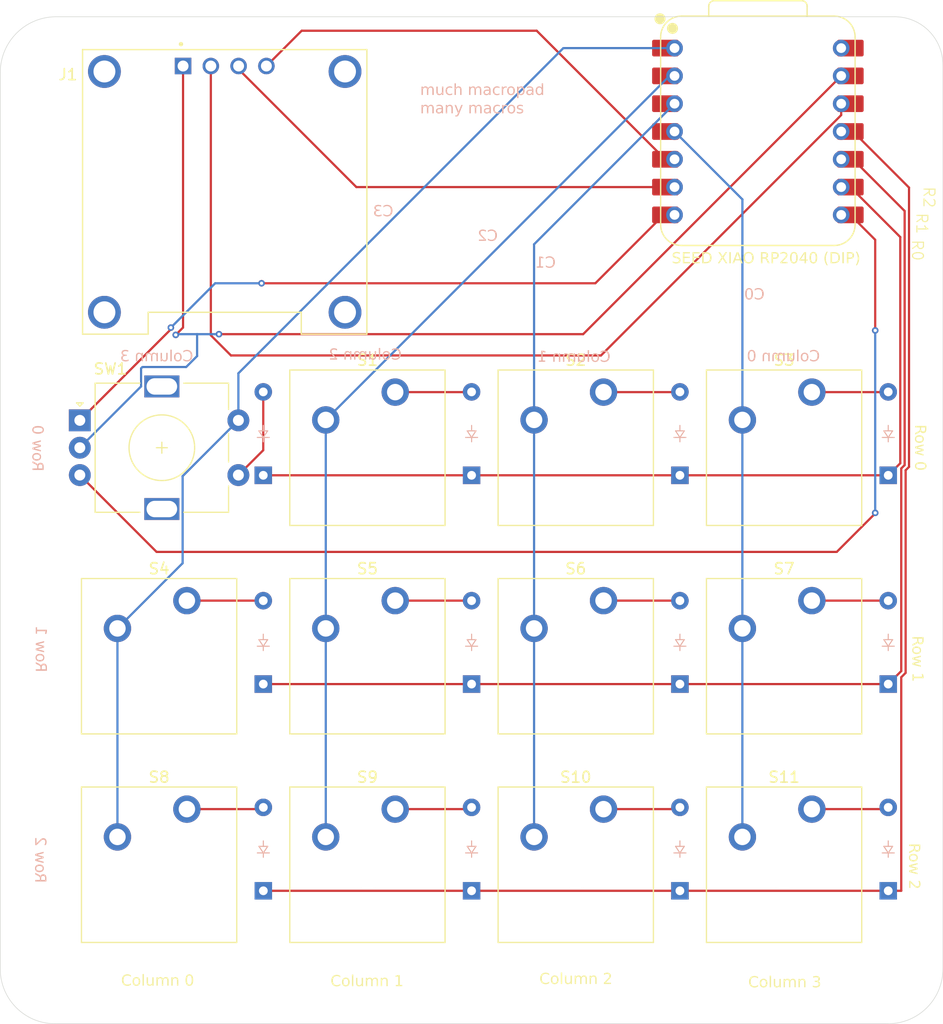
<source format=kicad_pcb>
(kicad_pcb (version 20240108) (generator "pcbnew") (generator_version "8.0")
  (layers (0 "F.Cu" signal) (31 "B.Cu" signal) (34 "B.Paste" user) (35 "F.Paste" user) (36 "B.SilkS" user "B.Silkscreen") (37 "F.SilkS" user "F.Silkscreen") (38 "B.Mask" user) (39 "F.Mask" user) (44 "Edge.Cuts" user))
  (net 0 "")
  (net 1 "SDA")
  (net 2 "SCL")
  (net 3 "GND")
  (net 4 "+3V3")
  (net 5 "Column 0")
  (net 6 "Net-(D1-A)")
  (net 7 "Net-(D2-A)")
  (net 8 "Column 1")
  (net 9 "Net-(D3-A)")
  (net 10 "Net-(D4-A)")
  (net 11 "Net-(D5-A)")
  (net 12 "Column 2")
  (net 13 "Net-(D6-A)")
  (net 14 "Net-(D7-A)")
  (net 15 "Net-(D8-A)")
  (net 16 "Net-(D9-A)")
  (net 17 "Net-(D10-A)")
  (net 18 "Net-(D11-A)")
  (net 19 "ECC11B")
  (net 20 "ECC11A")
  (net 21 "ECC11SWA")
  (net 22 "Column 3")
  (net 23 "Row 1")
  (net 24 "Row 0")
  (net 26 "Row 2")
  (footprint "Rotary_Encoder:RotaryEncoder_Alps_EC11E-Switch_Vertical_H20mm" (layer "F.Cu") (at 24.961245 51.921245)
    (property "Reference" "SW1" (at 2.8 -4.7 0) (layer "F.SilkS"))
    (property "Value" "RotaryEncoder_Switch")
    (fp_line (start -0.3 -1.6) (end 0.3 -1.6) (stroke (width 0.12)) (layer "F.SilkS"))
    (fp_line (start 0 -1.3) (end -0.3 -1.6) (stroke (width 0.12)) (layer "F.SilkS"))
    (fp_line (start 0.3 -1.6) (end 0 -1.3) (stroke (width 0.12)) (layer "F.SilkS"))
    (fp_line (start 1.4 -3.4) (end 1.4 8.4) (stroke (width 0.12)) (layer "F.SilkS"))
    (fp_line (start 5.5 -3.4) (end 1.4 -3.4) (stroke (width 0.12)) (layer "F.SilkS"))
    (fp_line (start 5.5 8.4) (end 1.4 8.4) (stroke (width 0.12)) (layer "F.SilkS"))
    (fp_line (start 7 2.5) (end 8 2.5) (stroke (width 0.12)) (layer "F.SilkS"))
    (fp_line (start 7.5 2) (end 7.5 3) (stroke (width 0.12)) (layer "F.SilkS"))
    (fp_line (start 9.5 -3.4) (end 13.6 -3.4) (stroke (width 0.12)) (layer "F.SilkS"))
    (fp_line (start 13.6 -3.4) (end 13.6 -1) (stroke (width 0.12)) (layer "F.SilkS"))
    (fp_line (start 13.6 1.2) (end 13.6 3.8) (stroke (width 0.12)) (layer "F.SilkS"))
    (fp_line (start 13.6 6) (end 13.6 8.4) (stroke (width 0.12)) (layer "F.SilkS"))
    (fp_line (start 13.6 8.4) (end 9.5 8.4) (stroke (width 0.12)) (layer "F.SilkS"))
    (fp_circle (center 7.5 2.5) (end 10.5 2.5) (stroke (width 0.12)) (fill none) (layer "F.SilkS"))
    (pad "A" thru_hole rect (at 0 0) (size 2 2) (drill 1) (layers "*.Cu" "*.Mask") (net 20 "ECC11A"))
    (pad "B" thru_hole circle (at 0 5) (size 2 2) (drill 1) (layers "*.Cu" "*.Mask") (net 19 "ECC11B"))
    (pad "C" thru_hole circle (at 0 2.5) (size 2 2) (drill 1) (layers "*.Cu" "*.Mask") (net 3 "GND"))
    (pad "MP" thru_hole rect (at 7.5 -3.1) (size 3.2 2) (drill oval 2.8 1.5) (layers "*.Cu" "*.Mask"))
    (pad "MP" thru_hole rect (at 7.5 8.1) (size 3.2 2) (drill oval 2.8 1.5) (layers "*.Cu" "*.Mask"))
    (pad "S1" thru_hole circle (at 14.5 5) (size 2 2) (drill 1) (layers "*.Cu" "*.Mask") (net 21 "ECC11SWA"))
    (pad "S2" thru_hole circle (at 14.5 0) (size 2 2) (drill 1) (layers "*.Cu" "*.Mask") (net 5 "Column 0"))
  )
  (footprint "ScottoKeebs_MX:MX_PCB_1.00u" (layer "F.Cu") (at 51.261245 73.471245)
    (property "Reference" "S5" (at 0 -8 0) (layer "F.SilkS"))
    (property "Value" "Keyswitch")
    (fp_line (start -7.1 -7.1) (end -7.1 7.1) (stroke (width 0.12)) (layer "F.SilkS"))
    (fp_line (start -7.1 7.1) (end 7.1 7.1) (stroke (width 0.12)) (layer "F.SilkS"))
    (fp_line (start 7.1 -7.1) (end -7.1 -7.1) (stroke (width 0.12)) (layer "F.SilkS"))
    (fp_line (start 7.1 7.1) (end 7.1 -7.1) (stroke (width 0.12)) (layer "F.SilkS"))
    (pad "" np_thru_hole circle (at -5.08 0) (size 1.75 1.75) (drill 1.75) (layers "*.Cu" "*.Mask"))
    (pad "" np_thru_hole circle (at 0 0) (size 4 4) (drill 4) (layers "*.Cu" "*.Mask"))
    (pad "" np_thru_hole circle (at 5.08 0) (size 1.75 1.75) (drill 1.75) (layers "*.Cu" "*.Mask"))
    (pad "1" thru_hole circle (at -3.81 -2.54) (size 2.5 2.5) (drill 1.5) (layers "*.Cu" "*.Mask") (net 8 "Column 1"))
    (pad "2" thru_hole circle (at 2.54 -5.08) (size 2.5 2.5) (drill 1.5) (layers "*.Cu" "*.Mask") (net 11 "Net-(D5-A)"))
  )
  (footprint "ScottoKeebs_MX:MX_PCB_1.00u" (layer "F.Cu") (at 32.211245 73.471245)
    (property "Reference" "S4" (at 0 -8 0) (layer "F.SilkS"))
    (property "Value" "Keyswitch")
    (fp_line (start -7.1 -7.1) (end -7.1 7.1) (stroke (width 0.12)) (layer "F.SilkS"))
    (fp_line (start -7.1 7.1) (end 7.1 7.1) (stroke (width 0.12)) (layer "F.SilkS"))
    (fp_line (start 7.1 -7.1) (end -7.1 -7.1) (stroke (width 0.12)) (layer "F.SilkS"))
    (fp_line (start 7.1 7.1) (end 7.1 -7.1) (stroke (width 0.12)) (layer "F.SilkS"))
    (pad "" np_thru_hole circle (at -5.08 0) (size 1.75 1.75) (drill 1.75) (layers "*.Cu" "*.Mask"))
    (pad "" np_thru_hole circle (at 0 0) (size 4 4) (drill 4) (layers "*.Cu" "*.Mask"))
    (pad "" np_thru_hole circle (at 5.08 0) (size 1.75 1.75) (drill 1.75) (layers "*.Cu" "*.Mask"))
    (pad "1" thru_hole circle (at -3.81 -2.54) (size 2.5 2.5) (drill 1.5) (layers "*.Cu" "*.Mask") (net 5 "Column 0"))
    (pad "2" thru_hole circle (at 2.54 -5.08) (size 2.5 2.5) (drill 1.5) (layers "*.Cu" "*.Mask") (net 10 "Net-(D4-A)"))
  )
  (footprint "Seeed Studio XIAO Series Library:XIAO-RP2040-DIP" (layer "F.Cu") (at 86.965245 25.528745)
    (property "Reference" "U1" (hide yes))
    (property "Value" "XIAO-RP2040-DIP")
    (fp_line (start -8.89 8.509) (end -8.89 -8.636) (stroke (width 0.127)) (layer "F.SilkS"))
    (fp_line (start -6.985 10.414) (end 6.985 10.414) (stroke (width 0.127)) (layer "F.SilkS"))
    (fp_line (start -4.495 -10.541) (end -4.491272 -11.451272) (stroke (width 0.127)) (layer "F.SilkS"))
    (fp_line (start -3.991272 -11.951) (end 4.004 -11.951) (stroke (width 0.127)) (layer "F.SilkS"))
    (fp_line (start 4.504 -11.451) (end 4.504 -10.541) (stroke (width 0.127)) (layer "F.SilkS"))
    (fp_line (start 6.985 -10.541) (end -6.985 -10.541) (stroke (width 0.1)) (layer "F.SilkS"))
    (fp_line (start 6.985 -10.541) (end -6.985 -10.541) (stroke (width 0.127)) (layer "F.SilkS"))
    (fp_line (start 8.89 8.509) (end 8.89 -8.636) (stroke (width 0.127)) (layer "F.SilkS"))
    (fp_arc (start -8.89 -8.636) (mid -8.332038 -9.983038) (end -6.985 -10.541) (stroke (width 0.127)) (layer "F.SilkS"))
    (fp_arc (start -6.985 10.414) (mid -8.332038 9.856038) (end -8.89 8.509) (stroke (width 0.127)) (layer "F.SilkS"))
    (fp_arc (start -4.491272 -11.451272) (mid -4.344724 -11.804644) (end -3.991272 -11.951) (stroke (width 0.127)) (layer "F.SilkS"))
    (fp_arc (start 4.004 -11.951) (mid 4.357553 -11.804553) (end 4.504 -11.451) (stroke (width 0.127)) (layer "F.SilkS"))
    (fp_arc (start 6.985 -10.541) (mid 8.332038 -9.983038) (end 8.89 -8.636) (stroke (width 0.127)) (layer "F.SilkS"))
    (fp_arc (start 8.89 8.509) (mid 8.332038 9.856038) (end 6.985 10.414) (stroke (width 0.127)) (layer "F.SilkS"))
    (fp_circle (center -8.95 -10.3) (end -8.95 -10.554) (stroke (width 0.5)) (fill solid) (layer "F.SilkS"))
    (fp_circle (center -7.807 -9.42) (end -7.807 -9.674) (stroke (width 0.5)) (fill solid) (layer "F.SilkS"))
    (pad "1" smd roundrect (at -8.455 -7.62 180) (size 2.432 1.524) (layers "F.Cu" "F.Mask") (roundrect_rratio 0.1) (net 5 "Column 0"))
    (pad "1" thru_hole circle (at -7.62 -7.62 180) (size 1.524 1.524) (drill 0.889) (layers "*.Cu" "*.Mask") (net 5 "Column 0"))
    (pad "2" smd roundrect (at -8.455 -5.08 180) (size 2.432 1.524) (layers "F.Cu" "F.Mask") (roundrect_rratio 0.1) (net 8 "Column 1"))
    (pad "2" thru_hole circle (at -7.62 -5.08 180) (size 1.524 1.524) (drill 0.889) (layers "*.Cu" "*.Mask") (net 8 "Column 1"))
    (pad "3" smd roundrect (at -8.455 -2.54 180) (size 2.432 1.524) (layers "F.Cu" "F.Mask") (roundrect_rratio 0.1) (net 12 "Column 2"))
    (pad "3" thru_hole circle (at -7.62 -2.54 180) (size 1.524 1.524) (drill 0.889) (layers "*.Cu" "*.Mask") (net 12 "Column 2"))
    (pad "4" smd roundrect (at -8.455 0 180) (size 2.432 1.524) (layers "F.Cu" "F.Mask") (roundrect_rratio 0.1) (net 22 "Column 3"))
    (pad "4" thru_hole circle (at -7.62 0 180) (size 1.524 1.524) (drill 0.889) (layers "*.Cu" "*.Mask") (net 22 "Column 3"))
    (pad "5" smd roundrect (at -8.455 2.54 180) (size 2.432 1.524) (layers "F.Cu" "F.Mask") (roundrect_rratio 0.1) (net 1 "SDA"))
    (pad "5" thru_hole circle (at -7.62 2.54 180) (size 1.524 1.524) (drill 0.889) (layers "*.Cu" "*.Mask") (net 1 "SDA"))
    (pad "6" smd roundrect (at -8.455 5.08 180) (size 2.432 1.524) (layers "F.Cu" "F.Mask") (roundrect_rratio 0.1) (net 2 "SCL"))
    (pad "6" thru_hole circle (at -7.62 5.08 180) (size 1.524 1.524) (drill 0.889) (layers "*.Cu" "*.Mask") (net 2 "SCL"))
    (pad "7" smd roundrect (at -8.455 7.62 180) (size 2.432 1.524) (layers "F.Cu" "F.Mask") (roundrect_rratio 0.1) (net 20 "ECC11A"))
    (pad "7" thru_hole circle (at -7.62 7.62 180) (size 1.524 1.524) (drill 0.889) (layers "*.Cu" "*.Mask") (net 20 "ECC11A"))
    (pad "8" thru_hole circle (at 7.62 7.62) (size 1.524 1.524) (drill 0.889) (layers "*.Cu" "*.Mask") (net 19 "ECC11B"))
    (pad "8" smd roundrect (at 8.455 7.62) (size 2.432 1.524) (layers "F.Cu" "F.Mask") (roundrect_rratio 0.1) (net 19 "ECC11B"))
    (pad "9" thru_hole circle (at 7.62 5.08) (size 1.524 1.524) (drill 0.889) (layers "*.Cu" "*.Mask") (net 24 "Row 0"))
    (pad "9" smd roundrect (at 8.455 5.08) (size 2.432 1.524) (layers "F.Cu" "F.Mask") (roundrect_rratio 0.1) (net 24 "Row 0"))
    (pad "10" thru_hole circle (at 7.62 2.54) (size 1.524 1.524) (drill 0.889) (layers "*.Cu" "*.Mask") (net 23 "Row 1"))
    (pad "10" smd roundrect (at 8.455 2.54) (size 2.432 1.524) (layers "F.Cu" "F.Mask") (roundrect_rratio 0.1) (net 23 "Row 1"))
    (pad "11" thru_hole circle (at 7.62 0) (size 1.524 1.524) (drill 0.889) (layers "*.Cu" "*.Mask") (net 26 "Row 2"))
    (pad "11" smd roundrect (at 8.455 0) (size 2.432 1.524) (layers "F.Cu" "F.Mask") (roundrect_rratio 0.1) (net 26 "Row 2"))
    (pad "12" thru_hole circle (at 7.62 -2.54) (size 1.524 1.524) (drill 0.889) (layers "*.Cu" "*.Mask") (net 4 "+3V3"))
    (pad "12" smd roundrect (at 8.455 -2.54) (size 2.432 1.524) (layers "F.Cu" "F.Mask") (roundrect_rratio 0.1) (net 4 "+3V3"))
    (pad "13" thru_hole circle (at 7.62 -5.08) (size 1.524 1.524) (drill 0.889) (layers "*.Cu" "*.Mask") (net 3 "GND"))
    (pad "13" smd roundrect (at 8.455 -5.08) (size 2.432 1.524) (layers "F.Cu" "F.Mask") (roundrect_rratio 0.1) (net 3 "GND"))
    (pad "14" thru_hole circle (at 7.62 -7.62) (size 1.524 1.524) (drill 0.889) (layers "*.Cu" "*.Mask"))
    (pad "14" smd roundrect (at 8.455 -7.62) (size 2.432 1.524) (layers "F.Cu" "F.Mask") (roundrect_rratio 0.1))
  )
  (footprint "ScottoKeebs_MX:MX_PCB_1.00u" (layer "F.Cu") (at 32.211245 92.521245)
    (property "Reference" "S8" (at 0 -8 0) (layer "F.SilkS"))
    (property "Value" "Keyswitch")
    (fp_line (start -7.1 -7.1) (end -7.1 7.1) (stroke (width 0.12)) (layer "F.SilkS"))
    (fp_line (start -7.1 7.1) (end 7.1 7.1) (stroke (width 0.12)) (layer "F.SilkS"))
    (fp_line (start 7.1 -7.1) (end -7.1 -7.1) (stroke (width 0.12)) (layer "F.SilkS"))
    (fp_line (start 7.1 7.1) (end 7.1 -7.1) (stroke (width 0.12)) (layer "F.SilkS"))
    (pad "" np_thru_hole circle (at -5.08 0) (size 1.75 1.75) (drill 1.75) (layers "*.Cu" "*.Mask"))
    (pad "" np_thru_hole circle (at 0 0) (size 4 4) (drill 4) (layers "*.Cu" "*.Mask"))
    (pad "" np_thru_hole circle (at 5.08 0) (size 1.75 1.75) (drill 1.75) (layers "*.Cu" "*.Mask"))
    (pad "1" thru_hole circle (at -3.81 -2.54) (size 2.5 2.5) (drill 1.5) (layers "*.Cu" "*.Mask") (net 5 "Column 0"))
    (pad "2" thru_hole circle (at 2.54 -5.08) (size 2.5 2.5) (drill 1.5) (layers "*.Cu" "*.Mask") (net 15 "Net-(D8-A)"))
  )
  (footprint "ScottoKeebs_MX:MX_PCB_1.00u" (layer "F.Cu") (at 89.361245 73.471245)
    (property "Reference" "S7" (at 0 -8 0) (layer "F.SilkS"))
    (property "Value" "Keyswitch")
    (fp_line (start -7.1 -7.1) (end -7.1 7.1) (stroke (width 0.12)) (layer "F.SilkS"))
    (fp_line (start -7.1 7.1) (end 7.1 7.1) (stroke (width 0.12)) (layer "F.SilkS"))
    (fp_line (start 7.1 -7.1) (end -7.1 -7.1) (stroke (width 0.12)) (layer "F.SilkS"))
    (fp_line (start 7.1 7.1) (end 7.1 -7.1) (stroke (width 0.12)) (layer "F.SilkS"))
    (pad "" np_thru_hole circle (at -5.08 0) (size 1.75 1.75) (drill 1.75) (layers "*.Cu" "*.Mask"))
    (pad "" np_thru_hole circle (at 0 0) (size 4 4) (drill 4) (layers "*.Cu" "*.Mask"))
    (pad "" np_thru_hole circle (at 5.08 0) (size 1.75 1.75) (drill 1.75) (layers "*.Cu" "*.Mask"))
    (pad "1" thru_hole circle (at -3.81 -2.54) (size 2.5 2.5) (drill 1.5) (layers "*.Cu" "*.Mask") (net 22 "Column 3"))
    (pad "2" thru_hole circle (at 2.54 -5.08) (size 2.5 2.5) (drill 1.5) (layers "*.Cu" "*.Mask") (net 14 "Net-(D7-A)"))
  )
  (footprint "ScottoKeebs_MX:MX_PCB_1.00u" (layer "F.Cu") (at 70.311245 73.471245)
    (property "Reference" "S6" (at 0 -8 0) (layer "F.SilkS"))
    (property "Value" "Keyswitch")
    (fp_line (start -7.1 -7.1) (end -7.1 7.1) (stroke (width 0.12)) (layer "F.SilkS"))
    (fp_line (start -7.1 7.1) (end 7.1 7.1) (stroke (width 0.12)) (layer "F.SilkS"))
    (fp_line (start 7.1 -7.1) (end -7.1 -7.1) (stroke (width 0.12)) (layer "F.SilkS"))
    (fp_line (start 7.1 7.1) (end 7.1 -7.1) (stroke (width 0.12)) (layer "F.SilkS"))
    (pad "" np_thru_hole circle (at -5.08 0) (size 1.75 1.75) (drill 1.75) (layers "*.Cu" "*.Mask"))
    (pad "" np_thru_hole circle (at 0 0) (size 4 4) (drill 4) (layers "*.Cu" "*.Mask"))
    (pad "" np_thru_hole circle (at 5.08 0) (size 1.75 1.75) (drill 1.75) (layers "*.Cu" "*.Mask"))
    (pad "1" thru_hole circle (at -3.81 -2.54) (size 2.5 2.5) (drill 1.5) (layers "*.Cu" "*.Mask") (net 12 "Column 2"))
    (pad "2" thru_hole circle (at 2.54 -5.08) (size 2.5 2.5) (drill 1.5) (layers "*.Cu" "*.Mask") (net 13 "Net-(D6-A)"))
  )
  (footprint "ScottoKeebs_MX:MX_PCB_1.00u" (layer "F.Cu") (at 51.261245 54.421245)
    (property "Reference" "S1" (at 0 -8 0) (layer "F.SilkS"))
    (property "Value" "Keyswitch")
    (fp_line (start -7.1 -7.1) (end -7.1 7.1) (stroke (width 0.12)) (layer "F.SilkS"))
    (fp_line (start -7.1 7.1) (end 7.1 7.1) (stroke (width 0.12)) (layer "F.SilkS"))
    (fp_line (start 7.1 -7.1) (end -7.1 -7.1) (stroke (width 0.12)) (layer "F.SilkS"))
    (fp_line (start 7.1 7.1) (end 7.1 -7.1) (stroke (width 0.12)) (layer "F.SilkS"))
    (pad "" np_thru_hole circle (at -5.08 0) (size 1.75 1.75) (drill 1.75) (layers "*.Cu" "*.Mask"))
    (pad "" np_thru_hole circle (at 0 0) (size 4 4) (drill 4) (layers "*.Cu" "*.Mask"))
    (pad "" np_thru_hole circle (at 5.08 0) (size 1.75 1.75) (drill 1.75) (layers "*.Cu" "*.Mask"))
    (pad "1" thru_hole circle (at -3.81 -2.54) (size 2.5 2.5) (drill 1.5) (layers "*.Cu" "*.Mask") (net 8 "Column 1"))
    (pad "2" thru_hole circle (at 2.54 -5.08) (size 2.5 2.5) (drill 1.5) (layers "*.Cu" "*.Mask") (net 6 "Net-(D1-A)"))
  )
  (footprint "ScottoKeebs_MX:MX_PCB_1.00u" (layer "F.Cu") (at 89.361245 54.421245)
    (property "Reference" "S3" (at 0 -8 0) (layer "F.SilkS"))
    (property "Value" "Keyswitch")
    (fp_line (start -7.1 -7.1) (end -7.1 7.1) (stroke (width 0.12)) (layer "F.SilkS"))
    (fp_line (start -7.1 7.1) (end 7.1 7.1) (stroke (width 0.12)) (layer "F.SilkS"))
    (fp_line (start 7.1 -7.1) (end -7.1 -7.1) (stroke (width 0.12)) (layer "F.SilkS"))
    (fp_line (start 7.1 7.1) (end 7.1 -7.1) (stroke (width 0.12)) (layer "F.SilkS"))
    (pad "" np_thru_hole circle (at -5.08 0) (size 1.75 1.75) (drill 1.75) (layers "*.Cu" "*.Mask"))
    (pad "" np_thru_hole circle (at 0 0) (size 4 4) (drill 4) (layers "*.Cu" "*.Mask"))
    (pad "" np_thru_hole circle (at 5.08 0) (size 1.75 1.75) (drill 1.75) (layers "*.Cu" "*.Mask"))
    (pad "1" thru_hole circle (at -3.81 -2.54) (size 2.5 2.5) (drill 1.5) (layers "*.Cu" "*.Mask") (net 22 "Column 3"))
    (pad "2" thru_hole circle (at 2.54 -5.08) (size 2.5 2.5) (drill 1.5) (layers "*.Cu" "*.Mask") (net 9 "Net-(D3-A)"))
  )
  (footprint "0. Temp:MODULE_DM-OLED096-636" (layer "F.Cu") (at 38.211245 31.046245)
    (property "Reference" "J1" (at -14.334375 -10.715625 0) (layer "F.SilkS"))
    (property "Value" "OLED_128x64")
    (fp_line (start -13 -13) (end 13 -13) (stroke (width 0.127)) (layer "F.SilkS"))
    (fp_line (start -13 13) (end -13 -13) (stroke (width 0.127)) (layer "F.SilkS"))
    (fp_line (start -7 11) (end -7 13) (stroke (width 0.127)) (layer "F.SilkS"))
    (fp_line (start -7 13) (end -13 13) (stroke (width 0.127)) (layer "F.SilkS"))
    (fp_line (start 7 11) (end -7 11) (stroke (width 0.127)) (layer "F.SilkS"))
    (fp_line (start 7 13) (end 7 11) (stroke (width 0.127)) (layer "F.SilkS"))
    (fp_line (start 13 -13) (end 13 13) (stroke (width 0.127)) (layer "F.SilkS"))
    (fp_line (start 13 13) (end 7 13) (stroke (width 0.127)) (layer "F.SilkS"))
    (fp_circle (center -4 -13.5) (end -3.9 -13.5) (stroke (width 0.2)) (fill none) (layer "F.SilkS"))
    (pad "1" thru_hole rect (at -3.81 -11.5) (size 1.508 1.508) (drill 1) (layers "*.Cu" "*.Mask") (net 3 "GND"))
    (pad "2" thru_hole circle (at -1.27 -11.5) (size 1.508 1.508) (drill 1) (layers "*.Cu" "*.Mask") (net 4 "+3V3"))
    (pad "3" thru_hole circle (at 1.27 -11.5) (size 1.508 1.508) (drill 1) (layers "*.Cu" "*.Mask") (net 2 "SCL"))
    (pad "4" thru_hole circle (at 3.81 -11.5) (size 1.508 1.508) (drill 1) (layers "*.Cu" "*.Mask") (net 1 "SDA"))
    (pad "S1" thru_hole circle (at -11 -11) (size 3 3) (drill 2) (layers "*.Cu" "*.Mask"))
    (pad "S2" thru_hole circle (at 11 -11) (size 3 3) (drill 2) (layers "*.Cu" "*.Mask"))
    (pad "S3" thru_hole circle (at 11 11) (size 3 3) (drill 2) (layers "*.Cu" "*.Mask"))
    (pad "S4" thru_hole circle (at -11 11) (size 3 3) (drill 2) (layers "*.Cu" "*.Mask"))
  )
  (footprint "ScottoKeebs_MX:MX_PCB_1.00u" (layer "F.Cu") (at 51.261245 92.521245)
    (property "Reference" "S9" (at 0 -8 0) (layer "F.SilkS"))
    (property "Value" "Keyswitch")
    (fp_line (start -7.1 -7.1) (end -7.1 7.1) (stroke (width 0.12)) (layer "F.SilkS"))
    (fp_line (start -7.1 7.1) (end 7.1 7.1) (stroke (width 0.12)) (layer "F.SilkS"))
    (fp_line (start 7.1 -7.1) (end -7.1 -7.1) (stroke (width 0.12)) (layer "F.SilkS"))
    (fp_line (start 7.1 7.1) (end 7.1 -7.1) (stroke (width 0.12)) (layer "F.SilkS"))
    (pad "" np_thru_hole circle (at -5.08 0) (size 1.75 1.75) (drill 1.75) (layers "*.Cu" "*.Mask"))
    (pad "" np_thru_hole circle (at 0 0) (size 4 4) (drill 4) (layers "*.Cu" "*.Mask"))
    (pad "" np_thru_hole circle (at 5.08 0) (size 1.75 1.75) (drill 1.75) (layers "*.Cu" "*.Mask"))
    (pad "1" thru_hole circle (at -3.81 -2.54) (size 2.5 2.5) (drill 1.5) (layers "*.Cu" "*.Mask") (net 8 "Column 1"))
    (pad "2" thru_hole circle (at 2.54 -5.08) (size 2.5 2.5) (drill 1.5) (layers "*.Cu" "*.Mask") (net 16 "Net-(D9-A)"))
  )
  (footprint "ScottoKeebs_MX:MX_PCB_1.00u" (layer "F.Cu") (at 89.361245 92.521245)
    (property "Reference" "S11" (at 0 -8 0) (layer "F.SilkS"))
    (property "Value" "Keyswitch")
    (fp_line (start -7.1 -7.1) (end -7.1 7.1) (stroke (width 0.12)) (layer "F.SilkS"))
    (fp_line (start -7.1 7.1) (end 7.1 7.1) (stroke (width 0.12)) (layer "F.SilkS"))
    (fp_line (start 7.1 -7.1) (end -7.1 -7.1) (stroke (width 0.12)) (layer "F.SilkS"))
    (fp_line (start 7.1 7.1) (end 7.1 -7.1) (stroke (width 0.12)) (layer "F.SilkS"))
    (pad "" np_thru_hole circle (at -5.08 0) (size 1.75 1.75) (drill 1.75) (layers "*.Cu" "*.Mask"))
    (pad "" np_thru_hole circle (at 0 0) (size 4 4) (drill 4) (layers "*.Cu" "*.Mask"))
    (pad "" np_thru_hole circle (at 5.08 0) (size 1.75 1.75) (drill 1.75) (layers "*.Cu" "*.Mask"))
    (pad "1" thru_hole circle (at -3.81 -2.54) (size 2.5 2.5) (drill 1.5) (layers "*.Cu" "*.Mask") (net 22 "Column 3"))
    (pad "2" thru_hole circle (at 2.54 -5.08) (size 2.5 2.5) (drill 1.5) (layers "*.Cu" "*.Mask") (net 18 "Net-(D11-A)"))
  )
  (footprint "ScottoKeebs_MX:MX_PCB_1.00u" (layer "F.Cu") (at 70.311245 54.421245)
    (property "Reference" "S2" (at 0 -8 0) (layer "F.SilkS"))
    (property "Value" "Keyswitch")
    (fp_line (start -7.1 -7.1) (end -7.1 7.1) (stroke (width 0.12)) (layer "F.SilkS"))
    (fp_line (start -7.1 7.1) (end 7.1 7.1) (stroke (width 0.12)) (layer "F.SilkS"))
    (fp_line (start 7.1 -7.1) (end -7.1 -7.1) (stroke (width 0.12)) (layer "F.SilkS"))
    (fp_line (start 7.1 7.1) (end 7.1 -7.1) (stroke (width 0.12)) (layer "F.SilkS"))
    (pad "" np_thru_hole circle (at -5.08 0) (size 1.75 1.75) (drill 1.75) (layers "*.Cu" "*.Mask"))
    (pad "" np_thru_hole circle (at 0 0) (size 4 4) (drill 4) (layers "*.Cu" "*.Mask"))
    (pad "" np_thru_hole circle (at 5.08 0) (size 1.75 1.75) (drill 1.75) (layers "*.Cu" "*.Mask"))
    (pad "1" thru_hole circle (at -3.81 -2.54) (size 2.5 2.5) (drill 1.5) (layers "*.Cu" "*.Mask") (net 12 "Column 2"))
    (pad "2" thru_hole circle (at 2.54 -5.08) (size 2.5 2.5) (drill 1.5) (layers "*.Cu" "*.Mask") (net 7 "Net-(D2-A)"))
  )
  (footprint "ScottoKeebs_MX:MX_PCB_1.00u" (layer "F.Cu") (at 70.311245 92.521245)
    (property "Reference" "S10" (at 0 -8 0) (layer "F.SilkS"))
    (property "Value" "Keyswitch")
    (fp_line (start -7.1 -7.1) (end -7.1 7.1) (stroke (width 0.12)) (layer "F.SilkS"))
    (fp_line (start -7.1 7.1) (end 7.1 7.1) (stroke (width 0.12)) (layer "F.SilkS"))
    (fp_line (start 7.1 -7.1) (end -7.1 -7.1) (stroke (width 0.12)) (layer "F.SilkS"))
    (fp_line (start 7.1 7.1) (end 7.1 -7.1) (stroke (width 0.12)) (layer "F.SilkS"))
    (pad "" np_thru_hole circle (at -5.08 0) (size 1.75 1.75) (drill 1.75) (layers "*.Cu" "*.Mask"))
    (pad "" np_thru_hole circle (at 0 0) (size 4 4) (drill 4) (layers "*.Cu" "*.Mask"))
    (pad "" np_thru_hole circle (at 5.08 0) (size 1.75 1.75) (drill 1.75) (layers "*.Cu" "*.Mask"))
    (pad "1" thru_hole circle (at -3.81 -2.54) (size 2.5 2.5) (drill 1.5) (layers "*.Cu" "*.Mask") (net 12 "Column 2"))
    (pad "2" thru_hole circle (at 2.54 -5.08) (size 2.5 2.5) (drill 1.5) (layers "*.Cu" "*.Mask") (net 17 "Net-(D10-A)"))
  )
  (footprint "ScottoKeebs_Components:Diode_DO-35" (layer "B.Cu") (at 41.736245 56.941245 90)
    (property "Reference" "D12" (hide yes))
    (property "Value" "Diode" (hide yes))
    (fp_line (start 3.46 -0.55) (end 3.46 0.55) (stroke (width 0.1)) (layer "B.SilkS"))
    (fp_line (start 4.06 -0.4) (end 4.06 0.4) (stroke (width 0.1)) (layer "B.SilkS"))
    (fp_line (start 4.56 0) (end 4.06 0) (stroke (width 0.1)) (layer "B.SilkS"))
    (fp_line (start 3.46 0) (end 4.06 -0.4) (stroke (width 0.1)) (layer "B.SilkS"))
    (fp_line (start 3.46 0) (end 3.06 0) (stroke (width 0.1)) (layer "B.SilkS"))
    (fp_line (start 4.06 0.4) (end 3.46 0) (stroke (width 0.1)) (layer "B.SilkS"))
    (pad "1" thru_hole rect (at 0 0 90) (size 1.6 1.6) (drill 0.8) (layers "*.Cu" "*.Mask") (net 24 "Row 0"))
    (pad "2" thru_hole oval (at 7.62 0 90) (size 1.6 1.6) (drill 0.8) (layers "*.Cu" "*.Mask") (net 21 "ECC11SWA"))
  )
  (footprint "ScottoKeebs_Components:Diode_DO-35" (layer "B.Cu") (at 79.836245 94.902495 90)
    (property "Reference" "D10" (hide yes))
    (property "Value" "Diode" (hide yes))
    (fp_line (start 3.46 -0.55) (end 3.46 0.55) (stroke (width 0.1)) (layer "B.SilkS"))
    (fp_line (start 4.06 -0.4) (end 4.06 0.4) (stroke (width 0.1)) (layer "B.SilkS"))
    (fp_line (start 4.56 0) (end 4.06 0) (stroke (width 0.1)) (layer "B.SilkS"))
    (fp_line (start 3.46 0) (end 4.06 -0.4) (stroke (width 0.1)) (layer "B.SilkS"))
    (fp_line (start 3.46 0) (end 3.06 0) (stroke (width 0.1)) (layer "B.SilkS"))
    (fp_line (start 4.06 0.4) (end 3.46 0) (stroke (width 0.1)) (layer "B.SilkS"))
    (pad "1" thru_hole rect (at 0 0 90) (size 1.6 1.6) (drill 0.8) (layers "*.Cu" "*.Mask") (net 26 "Row 2"))
    (pad "2" thru_hole oval (at 7.62 0 90) (size 1.6 1.6) (drill 0.8) (layers "*.Cu" "*.Mask") (net 17 "Net-(D10-A)"))
  )
  (footprint "ScottoKeebs_Components:Diode_DO-35" (layer "B.Cu") (at 98.886245 56.941245 90)
    (property "Reference" "D3" (hide yes))
    (property "Value" "Diode" (hide yes))
    (fp_line (start 3.46 -0.55) (end 3.46 0.55) (stroke (width 0.1)) (layer "B.SilkS"))
    (fp_line (start 4.06 -0.4) (end 4.06 0.4) (stroke (width 0.1)) (layer "B.SilkS"))
    (fp_line (start 4.56 0) (end 4.06 0) (stroke (width 0.1)) (layer "B.SilkS"))
    (fp_line (start 3.46 0) (end 4.06 -0.4) (stroke (width 0.1)) (layer "B.SilkS"))
    (fp_line (start 3.46 0) (end 3.06 0) (stroke (width 0.1)) (layer "B.SilkS"))
    (fp_line (start 4.06 0.4) (end 3.46 0) (stroke (width 0.1)) (layer "B.SilkS"))
    (pad "1" thru_hole rect (at 0 0 90) (size 1.6 1.6) (drill 0.8) (layers "*.Cu" "*.Mask") (net 24 "Row 0"))
    (pad "2" thru_hole oval (at 7.62 0 90) (size 1.6 1.6) (drill 0.8) (layers "*.Cu" "*.Mask") (net 9 "Net-(D3-A)"))
  )
  (footprint "ScottoKeebs_Components:Diode_DO-35" (layer "B.Cu") (at 79.836245 56.941245 90)
    (property "Reference" "D2" (hide yes))
    (property "Value" "Diode" (hide yes))
    (fp_line (start 3.46 -0.55) (end 3.46 0.55) (stroke (width 0.1)) (layer "B.SilkS"))
    (fp_line (start 4.06 -0.4) (end 4.06 0.4) (stroke (width 0.1)) (layer "B.SilkS"))
    (fp_line (start 4.56 0) (end 4.06 0) (stroke (width 0.1)) (layer "B.SilkS"))
    (fp_line (start 3.46 0) (end 4.06 -0.4) (stroke (width 0.1)) (layer "B.SilkS"))
    (fp_line (start 3.46 0) (end 3.06 0) (stroke (width 0.1)) (layer "B.SilkS"))
    (fp_line (start 4.06 0.4) (end 3.46 0) (stroke (width 0.1)) (layer "B.SilkS"))
    (pad "1" thru_hole rect (at 0 0 90) (size 1.6 1.6) (drill 0.8) (layers "*.Cu" "*.Mask") (net 24 "Row 0"))
    (pad "2" thru_hole oval (at 7.62 0 90) (size 1.6 1.6) (drill 0.8) (layers "*.Cu" "*.Mask") (net 7 "Net-(D2-A)"))
  )
  (footprint "ScottoKeebs_Components:Diode_DO-35" (layer "B.Cu") (at 98.886245 94.902495 90)
    (property "Reference" "D11" (hide yes))
    (property "Value" "Diode" (hide yes))
    (fp_line (start 3.46 -0.55) (end 3.46 0.55) (stroke (width 0.1)) (layer "B.SilkS"))
    (fp_line (start 4.06 -0.4) (end 4.06 0.4) (stroke (width 0.1)) (layer "B.SilkS"))
    (fp_line (start 4.56 0) (end 4.06 0) (stroke (width 0.1)) (layer "B.SilkS"))
    (fp_line (start 3.46 0) (end 4.06 -0.4) (stroke (width 0.1)) (layer "B.SilkS"))
    (fp_line (start 3.46 0) (end 3.06 0) (stroke (width 0.1)) (layer "B.SilkS"))
    (fp_line (start 4.06 0.4) (end 3.46 0) (stroke (width 0.1)) (layer "B.SilkS"))
    (pad "1" thru_hole rect (at 0 0 90) (size 1.6 1.6) (drill 0.8) (layers "*.Cu" "*.Mask") (net 26 "Row 2"))
    (pad "2" thru_hole oval (at 7.62 0 90) (size 1.6 1.6) (drill 0.8) (layers "*.Cu" "*.Mask") (net 18 "Net-(D11-A)"))
  )
  (footprint "ScottoKeebs_Components:Diode_DO-35" (layer "B.Cu") (at 60.786245 56.941245 90)
    (property "Reference" "D1" (hide yes))
    (property "Value" "Diode" (hide yes))
    (fp_line (start 3.46 -0.55) (end 3.46 0.55) (stroke (width 0.1)) (layer "B.SilkS"))
    (fp_line (start 4.06 -0.4) (end 4.06 0.4) (stroke (width 0.1)) (layer "B.SilkS"))
    (fp_line (start 4.56 0) (end 4.06 0) (stroke (width 0.1)) (layer "B.SilkS"))
    (fp_line (start 3.46 0) (end 4.06 -0.4) (stroke (width 0.1)) (layer "B.SilkS"))
    (fp_line (start 3.46 0) (end 3.06 0) (stroke (width 0.1)) (layer "B.SilkS"))
    (fp_line (start 4.06 0.4) (end 3.46 0) (stroke (width 0.1)) (layer "B.SilkS"))
    (pad "1" thru_hole rect (at 0 0 90) (size 1.6 1.6) (drill 0.8) (layers "*.Cu" "*.Mask") (net 24 "Row 0"))
    (pad "2" thru_hole oval (at 7.62 0 90) (size 1.6 1.6) (drill 0.8) (layers "*.Cu" "*.Mask") (net 6 "Net-(D1-A)"))
  )
  (footprint "ScottoKeebs_Components:Diode_DO-35" (layer "B.Cu") (at 79.836245 76.016245 90)
    (property "Reference" "D6" (hide yes))
    (property "Value" "Diode" (hide yes))
    (fp_line (start 3.46 -0.55) (end 3.46 0.55) (stroke (width 0.1)) (layer "B.SilkS"))
    (fp_line (start 4.06 -0.4) (end 4.06 0.4) (stroke (width 0.1)) (layer "B.SilkS"))
    (fp_line (start 4.56 0) (end 4.06 0) (stroke (width 0.1)) (layer "B.SilkS"))
    (fp_line (start 3.46 0) (end 4.06 -0.4) (stroke (width 0.1)) (layer "B.SilkS"))
    (fp_line (start 3.46 0) (end 3.06 0) (stroke (width 0.1)) (layer "B.SilkS"))
    (fp_line (start 4.06 0.4) (end 3.46 0) (stroke (width 0.1)) (layer "B.SilkS"))
    (pad "1" thru_hole rect (at 0 0 90) (size 1.6 1.6) (drill 0.8) (layers "*.Cu" "*.Mask") (net 23 "Row 1"))
    (pad "2" thru_hole oval (at 7.62 0 90) (size 1.6 1.6) (drill 0.8) (layers "*.Cu" "*.Mask") (net 13 "Net-(D6-A)"))
  )
  (footprint "ScottoKeebs_Components:Diode_DO-35" (layer "B.Cu") (at 41.736245 76.016245 90)
    (property "Reference" "D4" (hide yes))
    (property "Value" "Diode" (hide yes))
    (fp_line (start 3.46 -0.55) (end 3.46 0.55) (stroke (width 0.1)) (layer "B.SilkS"))
    (fp_line (start 4.06 -0.4) (end 4.06 0.4) (stroke (width 0.1)) (layer "B.SilkS"))
    (fp_line (start 4.56 0) (end 4.06 0) (stroke (width 0.1)) (layer "B.SilkS"))
    (fp_line (start 3.46 0) (end 4.06 -0.4) (stroke (width 0.1)) (layer "B.SilkS"))
    (fp_line (start 3.46 0) (end 3.06 0) (stroke (width 0.1)) (layer "B.SilkS"))
    (fp_line (start 4.06 0.4) (end 3.46 0) (stroke (width 0.1)) (layer "B.SilkS"))
    (pad "1" thru_hole rect (at 0 0 90) (size 1.6 1.6) (drill 0.8) (layers "*.Cu" "*.Mask") (net 23 "Row 1"))
    (pad "2" thru_hole oval (at 7.62 0 90) (size 1.6 1.6) (drill 0.8) (layers "*.Cu" "*.Mask") (net 10 "Net-(D4-A)"))
  )
  (footprint "ScottoKeebs_Components:Diode_DO-35" (layer "B.Cu") (at 98.886245 76.016245 90)
    (property "Reference" "D7" (hide yes))
    (property "Value" "Diode" (hide yes))
    (fp_line (start 3.46 -0.55) (end 3.46 0.55) (stroke (width 0.1)) (layer "B.SilkS"))
    (fp_line (start 4.06 -0.4) (end 4.06 0.4) (stroke (width 0.1)) (layer "B.SilkS"))
    (fp_line (start 4.56 0) (end 4.06 0) (stroke (width 0.1)) (layer "B.SilkS"))
    (fp_line (start 3.46 0) (end 4.06 -0.4) (stroke (width 0.1)) (layer "B.SilkS"))
    (fp_line (start 3.46 0) (end 3.06 0) (stroke (width 0.1)) (layer "B.SilkS"))
    (fp_line (start 4.06 0.4) (end 3.46 0) (stroke (width 0.1)) (layer "B.SilkS"))
    (pad "1" thru_hole rect (at 0 0 90) (size 1.6 1.6) (drill 0.8) (layers "*.Cu" "*.Mask") (net 23 "Row 1"))
    (pad "2" thru_hole oval (at 7.62 0 90) (size 1.6 1.6) (drill 0.8) (layers "*.Cu" "*.Mask") (net 14 "Net-(D7-A)"))
  )
  (footprint "ScottoKeebs_Components:Diode_DO-35" (layer "B.Cu") (at 60.786245 94.902495 90)
    (property "Reference" "D9" (hide yes))
    (property "Value" "Diode" (hide yes))
    (fp_line (start 3.46 -0.55) (end 3.46 0.55) (stroke (width 0.1)) (layer "B.SilkS"))
    (fp_line (start 4.06 -0.4) (end 4.06 0.4) (stroke (width 0.1)) (layer "B.SilkS"))
    (fp_line (start 4.56 0) (end 4.06 0) (stroke (width 0.1)) (layer "B.SilkS"))
    (fp_line (start 3.46 0) (end 4.06 -0.4) (stroke (width 0.1)) (layer "B.SilkS"))
    (fp_line (start 3.46 0) (end 3.06 0) (stroke (width 0.1)) (layer "B.SilkS"))
    (fp_line (start 4.06 0.4) (end 3.46 0) (stroke (width 0.1)) (layer "B.SilkS"))
    (pad "1" thru_hole rect (at 0 0 90) (size 1.6 1.6) (drill 0.8) (layers "*.Cu" "*.Mask") (net 26 "Row 2"))
    (pad "2" thru_hole oval (at 7.62 0 90) (size 1.6 1.6) (drill 0.8) (layers "*.Cu" "*.Mask") (net 16 "Net-(D9-A)"))
  )
  (footprint "ScottoKeebs_Components:Diode_DO-35" (layer "B.Cu") (at 60.786245 76.016245 90)
    (property "Reference" "D5" (hide yes))
    (property "Value" "Diode" (hide yes))
    (fp_line (start 3.46 -0.55) (end 3.46 0.55) (stroke (width 0.1)) (layer "B.SilkS"))
    (fp_line (start 4.06 -0.4) (end 4.06 0.4) (stroke (width 0.1)) (layer "B.SilkS"))
    (fp_line (start 4.56 0) (end 4.06 0) (stroke (width 0.1)) (layer "B.SilkS"))
    (fp_line (start 3.46 0) (end 4.06 -0.4) (stroke (width 0.1)) (layer "B.SilkS"))
    (fp_line (start 3.46 0) (end 3.06 0) (stroke (width 0.1)) (layer "B.SilkS"))
    (fp_line (start 4.06 0.4) (end 3.46 0) (stroke (width 0.1)) (layer "B.SilkS"))
    (pad "1" thru_hole rect (at 0 0 90) (size 1.6 1.6) (drill 0.8) (layers "*.Cu" "*.Mask") (net 23 "Row 1"))
    (pad "2" thru_hole oval (at 7.62 0 90) (size 1.6 1.6) (drill 0.8) (layers "*.Cu" "*.Mask") (net 11 "Net-(D5-A)"))
  )
  (footprint "ScottoKeebs_Components:Diode_DO-35" (layer "B.Cu") (at 41.742495 94.902495 90)
    (property "Reference" "D8" (hide yes))
    (property "Value" "Diode" (hide yes))
    (fp_line (start 3.46 -0.55) (end 3.46 0.55) (stroke (width 0.1)) (layer "B.SilkS"))
    (fp_line (start 4.06 -0.4) (end 4.06 0.4) (stroke (width 0.1)) (layer "B.SilkS"))
    (fp_line (start 4.56 0) (end 4.06 0) (stroke (width 0.1)) (layer "B.SilkS"))
    (fp_line (start 3.46 0) (end 4.06 -0.4) (stroke (width 0.1)) (layer "B.SilkS"))
    (fp_line (start 3.46 0) (end 3.06 0) (stroke (width 0.1)) (layer "B.SilkS"))
    (fp_line (start 4.06 0.4) (end 3.46 0) (stroke (width 0.1)) (layer "B.SilkS"))
    (pad "1" thru_hole rect (at 0 0 90) (size 1.6 1.6) (drill 0.8) (layers "*.Cu" "*.Mask") (net 26 "Row 2"))
    (pad "2" thru_hole oval (at 7.62 0 90) (size 1.6 1.6) (drill 0.8) (layers "*.Cu" "*.Mask") (net 15 "Net-(D8-A)"))
  )
  (gr_arc (start 99.486245 15.046245) (mid 102.597515 16.334975) (end 103.886245 19.446245) (stroke (width 0.05)) (layer "Edge.Cuts"))
  (gr_line (start 103.886245 19.446245) (end 103.886245 102.046245) (stroke (width 0.05)) (layer "Edge.Cuts"))
  (gr_arc (start 17.686245 20.146245) (mid 19.18 16.54) (end 22.786245 15.046245) (stroke (width 0.05)) (layer "Edge.Cuts"))
  (gr_line (start 22.786245 15.046245) (end 99.486245 15.046245) (stroke (width 0.05)) (layer "Edge.Cuts"))
  (gr_arc (start 103.886245 102.046245) (mid 102.421779 105.581779) (end 98.886245 107.046245) (stroke (width 0.05)) (layer "Edge.Cuts"))
  (gr_line (start 17.686245 102.046245) (end 17.686245 20.146245) (stroke (width 0.05)) (layer "Edge.Cuts"))
  (gr_arc (start 22.686245 107.046245) (mid 19.150711 105.581779) (end 17.686245 102.046245) (stroke (width 0.05)) (layer "Edge.Cuts"))
  (gr_line (start 98.886245 107.046245) (end 22.686245 107.046245) (stroke (width 0.05)) (layer "Edge.Cuts"))
  (gr_text "Column 2" (at 54.393746 46.54 -0) (layer "B.SilkS") (effects (font (size 1 1) (thickness 0.1)) (justify left bottom mirror)))
  (gr_text "much macropad\nmany macros" (at 56.08 24.04 0) (layer "B.SilkS") (effects (font (size 1 1)) (justify left bottom)))
  (gr_text "C1" (at 68.48 38.14 0) (layer "B.SilkS") (effects (font (size 1 1) (thickness 0.1)) (justify left bottom mirror)))
  (gr_text "C0" (at 87.58 41.04 0) (layer "B.SilkS") (effects (font (size 1 1) (thickness 0.1)) (justify left bottom mirror)))
  (gr_text "Row 1" (at 20.762616 74.94 -90) (layer "B.SilkS") (effects (font (size 1 1)) (justify left bottom mirror)))
  (gr_text "Column 1" (at 73.493746 46.74 -0) (layer "B.SilkS") (effects (font (size 1 1) (thickness 0.1)) (justify left bottom mirror)))
  (gr_text "Column 0" (at 92.643746 46.69 -0) (layer "B.SilkS") (effects (font (size 1 1) (thickness 0.1)) (justify left bottom mirror)))
  (gr_text "Row 2" (at 20.712614 94.19 -90) (layer "B.SilkS") (effects (font (size 1 1)) (justify left bottom mirror)))
  (gr_text "C2" (at 63.18 35.69 0) (layer "B.SilkS") (effects (font (size 1 1) (thickness 0.1)) (justify left bottom mirror)))
  (gr_text "Column 3" (at 35.33 46.69 -0) (layer "B.SilkS") (effects (font (size 1 1) (thickness 0.1)) (justify left bottom mirror)))
  (gr_text "C3" (at 53.63 33.44 0) (layer "B.SilkS") (effects (font (size 1 1) (thickness 0.1)) (justify left bottom mirror)))
  (gr_text "Row 0" (at 20.462614 56.59 -90) (layer "B.SilkS") (effects (font (size 1 1)) (justify left bottom mirror)))
  (gr_text "SEED XIAO RP2040 (DIP)" (at 79.08 37.74 0) (layer "F.SilkS") (effects (font (size 1 1)) (justify left bottom)))
  (gr_text "Column 0" (at 28.73 103.74 0) (layer "F.SilkS") (effects (font (size 1 1) (thickness 0.1)) (justify left bottom)))
  (gr_text "Column 3" (at 86.08 103.89 0) (layer "F.SilkS") (effects (font (size 1 1) (thickness 0.1)) (justify left bottom)))
  (gr_text "R0" (at 100.98 35.34 -90) (layer "F.SilkS") (effects (font (size 1 1) (thickness 0.1)) (justify left bottom)))
  (gr_text "Column 2" (at 66.98 103.59 0) (layer "F.SilkS") (effects (font (size 1 1) (thickness 0.1)) (justify left bottom)))
  (gr_text "Row 0" (at 101.18 52.29 -90) (layer "F.SilkS") (effects (font (size 1 1)) (justify left bottom)))
  (gr_text "Row 1" (at 100.93 71.59 270) (layer "F.SilkS") (effects (font (size 1 1)) (justify left bottom)))
  (gr_text "R2" (at 102.03 30.49 270) (layer "F.SilkS") (effects (font (size 1 1) (thickness 0.1)) (justify left bottom)))
  (gr_text "R1" (at 101.38 32.89 270) (layer "F.SilkS") (effects (font (size 1 1) (thickness 0.1)) (justify left bottom)))
  (gr_text "Row 2" (at 100.63 90.54 270) (layer "F.SilkS") (effects (font (size 1 1)) (justify left bottom)))
  (gr_text "Column 1" (at 47.88 103.79 0) (layer "F.SilkS") (effects (font (size 1 1) (thickness 0.1)) (justify left bottom)))
  (segment (start 66.73937 16.321245) (end 78.48687 28.068745) (width 0.2) (layer "F.Cu") (net 1))
  (segment (start 42.021245 19.546245) (end 45.246245 16.321245) (width 0.2) (layer "F.Cu") (net 1))
  (segment (start 45.246245 16.321245) (end 66.73937 16.321245) (width 0.2) (layer "F.Cu") (net 1))
  (segment (start 78.48687 28.068745) (end 79.345245 28.068745) (width 0.2) (layer "F.Cu") (net 1))
  (segment (start 39.481245 19.546245) (end 39.481245 19.841245) (width 0.2) (layer "F.Cu") (net 2))
  (segment (start 50.248745 30.608745) (end 79.345245 30.608745) (width 0.2) (layer "F.Cu") (net 2))
  (segment (start 39.481245 19.841245) (end 50.248745 30.608745) (width 0.2) (layer "F.Cu") (net 2))
  (segment (start 70.987745 44.046245) (end 94.585245 20.448745) (width 0.2) (layer "F.Cu") (net 3))
  (segment (start 37.686245 44.046245) (end 70.987745 44.046245) (width 0.2) (layer "F.Cu") (net 3))
  (segment (start 34.401245 43.440648) (end 34.401245 19.546245) (width 0.2) (layer "F.Cu") (net 3))
  (segment (start 33.730006 44.111887) (end 34.401245 43.440648) (width 0.2) (layer "F.Cu") (net 3))
  (via (at 37.686245 44.046245) (size 0.6) (drill 0.3) (layers "F.Cu" "B.Cu") (net 3))
  (via (at 33.730006 44.111887) (size 0.6) (drill 0.3) (layers "F.Cu" "B.Cu") (net 3))
  (segment (start 24.961245 54.421245) (end 25.011245 54.421245) (width 0.2) (layer "B.Cu") (net 3))
  (segment (start 35.686245 44.046245) (end 33.795648 44.046245) (width 0.2) (layer "B.Cu") (net 3))
  (segment (start 33.795648 44.046245) (end 33.730006 44.111887) (width 0.2) (layer "B.Cu") (net 3))
  (segment (start 30.561245 48.821245) (end 30.561245 47.171245) (width 0.2) (layer "B.Cu") (net 3))
  (segment (start 35.686245 46.046245) (end 35.686245 44.046245) (width 0.2) (layer "B.Cu") (net 3))
  (segment (start 30.561245 47.171245) (end 30.686245 47.046245) (width 0.2) (layer "B.Cu") (net 3))
  (segment (start 37.686245 44.046245) (end 35.686245 44.046245) (width 0.2) (layer "B.Cu") (net 3))
  (segment (start 34.686245 47.046245) (end 35.686245 46.046245) (width 0.2) (layer "B.Cu") (net 3))
  (segment (start 24.961245 54.421245) (end 30.561245 48.821245) (width 0.2) (layer "B.Cu") (net 3))
  (segment (start 30.686245 47.046245) (end 34.686245 47.046245) (width 0.2) (layer "B.Cu") (net 3))
  (segment (start 72.622095 45.99) (end 94.585245 24.02685) (width 0.2) (layer "F.Cu") (net 4))
  (segment (start 94.585245 24.02685) (end 94.585245 22.988745) (width 0.2) (layer "F.Cu") (net 4))
  (segment (start 36.941245 19.546245) (end 36.941245 44.149774) (width 0.2) (layer "F.Cu") (net 4))
  (segment (start 38.781471 45.99) (end 72.622095 45.99) (width 0.2) (layer "F.Cu") (net 4))
  (segment (start 36.941245 44.149774) (end 38.781471 45.99) (width 0.2) (layer "F.Cu") (net 4))
  (segment (start 69.175035 17.908745) (end 79.345245 17.908745) (width 0.2) (layer "B.Cu") (net 5))
  (segment (start 28.401245 70.931245) (end 28.401245 89.981245) (width 0.2) (layer "B.Cu") (net 5))
  (segment (start 39.461245 51.921245) (end 34.361245 57.021245) (width 0.2) (layer "B.Cu") (net 5))
  (segment (start 34.361245 64.971245) (end 28.401245 70.931245) (width 0.2) (layer "B.Cu") (net 5))
  (segment (start 39.461245 51.921245) (end 39.461245 47.622535) (width 0.2) (layer "B.Cu") (net 5))
  (segment (start 39.461245 47.622535) (end 69.175035 17.908745) (width 0.2) (layer "B.Cu") (net 5))
  (segment (start 34.361245 57.021245) (end 34.361245 64.971245) (width 0.2) (layer "B.Cu") (net 5))
  (segment (start 60.766245 49.341245) (end 60.786245 49.321245) (width 0.2) (layer "F.Cu") (net 6))
  (segment (start 53.801245 49.341245) (end 60.766245 49.341245) (width 0.2) (layer "F.Cu") (net 6))
  (segment (start 72.851245 49.341245) (end 79.816245 49.341245) (width 0.2) (layer "F.Cu") (net 7))
  (segment (start 79.816245 49.341245) (end 79.836245 49.321245) (width 0.2) (layer "F.Cu") (net 7))
  (segment (start 47.451245 89.981245) (end 47.451245 51.881245) (width 0.2) (layer "B.Cu") (net 8))
  (segment (start 78.883745 20.448745) (end 79.345245 20.448745) (width 0.2) (layer "B.Cu") (net 8))
  (segment (start 47.451245 51.881245) (end 78.883745 20.448745) (width 0.2) (layer "B.Cu") (net 8))
  (segment (start 98.866245 49.341245) (end 98.886245 49.321245) (width 0.2) (layer "F.Cu") (net 9))
  (segment (start 91.901245 49.341245) (end 98.866245 49.341245) (width 0.2) (layer "F.Cu") (net 9))
  (segment (start 41.731245 68.391245) (end 41.736245 68.396245) (width 0.2) (layer "F.Cu") (net 10))
  (segment (start 34.751245 68.391245) (end 41.731245 68.391245) (width 0.2) (layer "F.Cu") (net 10))
  (segment (start 60.781245 68.391245) (end 60.786245 68.396245) (width 0.2) (layer "F.Cu") (net 11))
  (segment (start 53.801245 68.391245) (end 60.781245 68.391245) (width 0.2) (layer "F.Cu") (net 11))
  (segment (start 66.501245 89.981245) (end 66.501245 51.881245) (width 0.2) (layer "B.Cu") (net 12))
  (segment (start 66.501245 35.832745) (end 79.345245 22.988745) (width 0.2) (layer "B.Cu") (net 12))
  (segment (start 66.501245 51.881245) (end 66.501245 35.832745) (width 0.2) (layer "B.Cu") (net 12))
  (segment (start 79.831245 68.391245) (end 79.836245 68.396245) (width 0.2) (layer "F.Cu") (net 13))
  (segment (start 72.851245 68.391245) (end 79.831245 68.391245) (width 0.2) (layer "F.Cu") (net 13))
  (segment (start 91.897495 68.391245) (end 98.881245 68.391245) (width 0.2) (layer "F.Cu") (net 14))
  (segment (start 98.881245 68.391245) (end 98.886245 68.396245) (width 0.2) (layer "F.Cu") (net 14))
  (segment (start 41.583745 87.441245) (end 41.742495 87.282495) (width 0.2) (layer "F.Cu") (net 15))
  (segment (start 34.751245 87.441245) (end 41.583745 87.441245) (width 0.2) (layer "F.Cu") (net 15))
  (segment (start 53.801245 87.441245) (end 60.627495 87.441245) (width 0.2) (layer "F.Cu") (net 16))
  (segment (start 60.627495 87.441245) (end 60.786245 87.282495) (width 0.2) (layer "F.Cu") (net 16))
  (segment (start 72.851245 87.441245) (end 79.677495 87.441245) (width 0.2) (layer "F.Cu") (net 17))
  (segment (start 79.677495 87.441245) (end 79.836245 87.282495) (width 0.2) (layer "F.Cu") (net 17))
  (segment (start 91.897495 87.441245) (end 98.727495 87.441245) (width 0.2) (layer "F.Cu") (net 18))
  (segment (start 98.727495 87.441245) (end 98.886245 87.282495) (width 0.2) (layer "F.Cu") (net 18))
  (segment (start 97.69562 60.37437) (end 97.69562 60.42438) (width 0.2) (layer "F.Cu") (net 19))
  (segment (start 97.69562 60.42438) (end 94.18 63.94) (width 0.2) (layer "F.Cu") (net 19))
  (segment (start 97.69562 43.70562) (end 97.69562 35.42412) (width 0.2) (layer "F.Cu") (net 19))
  (segment (start 94.18 63.94) (end 31.98 63.94) (width 0.2) (layer "F.Cu") (net 19))
  (segment (start 31.98 63.94) (end 24.961245 56.921245) (width 0.2) (layer "F.Cu") (net 19))
  (segment (start 97.69562 35.42412) (end 95.420245 33.148745) (width 0.2) (layer "F.Cu") (net 19))
  (via (at 97.69562 43.70562) (size 0.6) (drill 0.3) (layers "F.Cu" "B.Cu") (net 19))
  (via (at 97.69562 60.37437) (size 0.6) (drill 0.3) (layers "F.Cu" "B.Cu") (net 19))
  (segment (start 97.69562 60.37437) (end 97.69562 43.70562) (width 0.2) (layer "B.Cu") (net 19))
  (segment (start 33.286245 43.596245) (end 33.286245 43.446245) (width 0.2) (layer "F.Cu") (net 20))
  (segment (start 24.961245 51.921245) (end 33.286245 43.596245) (width 0.2) (layer "F.Cu") (net 20))
  (segment (start 41.58 39.396245) (end 72.103245 39.396245) (width 0.2) (layer "F.Cu") (net 20))
  (segment (start 72.103245 39.396245) (end 78.350745 33.148745) (width 0.2) (layer "F.Cu") (net 20))
  (via (at 33.286245 43.446245) (size 0.6) (drill 0.3) (layers "F.Cu" "B.Cu") (net 20))
  (via (at 41.58 39.396245) (size 0.6) (drill 0.3) (layers "F.Cu" "B.Cu") (net 20))
  (segment (start 37.336245 39.396245) (end 33.286245 43.446245) (width 0.2) (layer "B.Cu") (net 20))
  (segment (start 41.58 39.396245) (end 37.336245 39.396245) (width 0.2) (layer "B.Cu") (net 20))
  (segment (start 39.461245 56.921245) (end 41.736245 54.646245) (width 0.2) (layer "F.Cu") (net 21))
  (segment (start 41.736245 54.646245) (end 41.736245 49.321245) (width 0.2) (layer "F.Cu") (net 21))
  (segment (start 85.551245 51.881245) (end 85.551245 31.734745) (width 0.2) (layer "B.Cu") (net 22))
  (segment (start 85.547495 89.981245) (end 85.547495 51.884995) (width 0.2) (layer "B.Cu") (net 22))
  (segment (start 85.547495 51.884995) (end 85.551245 51.881245) (width 0.2) (layer "B.Cu") (net 22))
  (segment (start 85.551245 31.734745) (end 79.345245 25.528745) (width 0.2) (layer "B.Cu") (net 22))
  (segment (start 100.07687 56.316306) (end 100.386245 56.006931) (width 0.2) (layer "F.Cu") (net 23))
  (segment (start 100.386245 56.006931) (end 100.386245 32.792115) (width 0.2) (layer "F.Cu") (net 23))
  (segment (start 98.886245 76.016245) (end 100.07687 74.82562) (width 0.2) (layer "F.Cu") (net 23))
  (segment (start 41.736245 76.016245) (end 98.886245 76.016245) (width 0.2) (layer "F.Cu") (net 23))
  (segment (start 100.386245 32.792115) (end 95.662875 28.068745) (width 0.2) (layer "F.Cu") (net 23))
  (segment (start 100.07687 74.82562) (end 100.07687 56.316306) (width 0.2) (layer "F.Cu") (net 23))
  (segment (start 95.662875 28.068745) (end 94.585245 28.068745) (width 0.2) (layer "F.Cu") (net 23))
  (segment (start 95.420245 30.608745) (end 94.585245 30.608745) (width 0.2) (layer "F.Cu") (net 24))
  (segment (start 99.986245 55.841245) (end 99.986245 35.174745) (width 0.2) (layer "F.Cu") (net 24))
  (segment (start 41.736245 56.941245) (end 98.886245 56.941245) (width 0.2) (layer "F.Cu") (net 24))
  (segment (start 98.886245 56.941245) (end 99.986245 55.841245) (width 0.2) (layer "F.Cu") (net 24))
  (segment (start 99.986245 35.174745) (end 95.420245 30.608745) (width 0.2) (layer "F.Cu") (net 24))
  (segment (start 100.07687 94.902495) (end 100.07687 75.391306) (width 0.2) (layer "F.Cu") (net 26))
  (segment (start 95.662875 25.528745) (end 94.585245 25.528745) (width 0.2) (layer "F.Cu") (net 26))
  (segment (start 100.07687 75.391306) (end 100.47687 74.991306) (width 0.2) (layer "F.Cu") (net 26))
  (segment (start 41.742495 94.902495) (end 98.886245 94.902495) (width 0.2) (layer "F.Cu") (net 26))
  (segment (start 100.786245 56.172617) (end 100.786245 30.652115) (width 0.2) (layer "F.Cu") (net 26))
  (segment (start 100.47687 56.481992) (end 100.786245 56.172617) (width 0.2) (layer "F.Cu") (net 26))
  (segment (start 98.886245 94.902495) (end 100.07687 94.902495) (width 0.2) (layer "F.Cu") (net 26))
  (segment (start 100.47687 74.991306) (end 100.47687 56.481992) (width 0.2) (layer "F.Cu") (net 26))
  (segment (start 100.786245 30.652115) (end 95.662875 25.528745) (width 0.2) (layer "F.Cu") (net 26))
)
</source>
